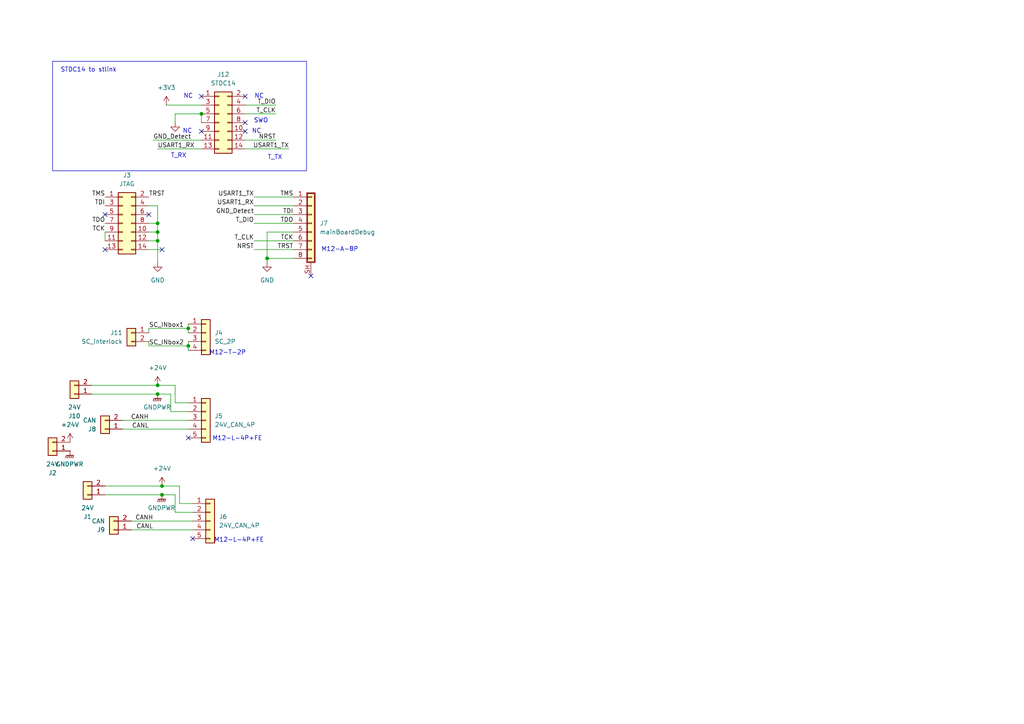
<source format=kicad_sch>
(kicad_sch (version 20231120) (generator "eeschema") (generator_version "8.0")
  (paper "A4")
  (title_block (title "INV_CONN1") (date "2025-03-10") (rev "1.0") (company "NTURacing") (comment 1 "Jack Kuo"))
  (lib_symbols
    (symbol "Connector_Generic:Conn_01x02" (pin_names (offset 1.016) hide)
      (property "Reference" "J" (at 0 2.54 0))
      (property "Value" "Conn_01x02" (at 0 -5.08 0))
      (symbol "Conn_01x02_1_1"
        (rectangle (start -1.27 -2.413) (end 0 -2.667) (stroke (width 0.1524)))
        (rectangle (start -1.27 0.127) (end 0 -0.127) (stroke (width 0.1524)))
        (rectangle (start -1.27 1.27) (end 1.27 -3.81) (stroke (width 0.254)) (fill (type background)))
        (pin passive line (at -5.08 0 0) (length 3.81) (name "Pin_1") (number "1"))
        (pin passive line (at -5.08 -2.54 0) (length 3.81) (name "Pin_2") (number "2"))
      )
    )
    (symbol "Connector_Generic:Conn_01x04" (pin_names (offset 1.016) hide)
      (property "Reference" "J" (at 0 5.08 0))
      (property "Value" "Conn_01x04" (at 0 -7.62 0))
      (symbol "Conn_01x04_1_1"
        (rectangle (start -1.27 -4.953) (end 0 -5.207) (stroke (width 0.1524)))
        (rectangle (start -1.27 -2.413) (end 0 -2.667) (stroke (width 0.1524)))
        (rectangle (start -1.27 0.127) (end 0 -0.127) (stroke (width 0.1524)))
        (rectangle (start -1.27 2.667) (end 0 2.413) (stroke (width 0.1524)))
        (rectangle (start -1.27 3.81) (end 1.27 -6.35) (stroke (width 0.254)) (fill (type background)))
        (pin passive line (at -5.08 2.54 0) (length 3.81) (name "Pin_1") (number "1"))
        (pin passive line (at -5.08 0 0) (length 3.81) (name "Pin_2") (number "2"))
        (pin passive line (at -5.08 -2.54 0) (length 3.81) (name "Pin_3") (number "3"))
        (pin passive line (at -5.08 -5.08 0) (length 3.81) (name "Pin_4") (number "4"))
      )
    )
    (symbol "Connector_Generic:Conn_01x05" (pin_names (offset 1.016) hide)
      (property "Reference" "J" (at 0 7.62 0))
      (property "Value" "Conn_01x05" (at 0 -7.62 0))
      (symbol "Conn_01x05_1_1"
        (rectangle (start -1.27 -4.953) (end 0 -5.207) (stroke (width 0.1524)))
        (rectangle (start -1.27 -2.413) (end 0 -2.667) (stroke (width 0.1524)))
        (rectangle (start -1.27 0.127) (end 0 -0.127) (stroke (width 0.1524)))
        (rectangle (start -1.27 2.667) (end 0 2.413) (stroke (width 0.1524)))
        (rectangle (start -1.27 5.207) (end 0 4.953) (stroke (width 0.1524)))
        (rectangle (start -1.27 6.35) (end 1.27 -6.35) (stroke (width 0.254)) (fill (type background)))
        (pin passive line (at -5.08 5.08 0) (length 3.81) (name "Pin_1") (number "1"))
        (pin passive line (at -5.08 2.54 0) (length 3.81) (name "Pin_2") (number "2"))
        (pin passive line (at -5.08 0 0) (length 3.81) (name "Pin_3") (number "3"))
        (pin passive line (at -5.08 -2.54 0) (length 3.81) (name "Pin_4") (number "4"))
        (pin passive line (at -5.08 -5.08 0) (length 3.81) (name "Pin_5") (number "5"))
      )
    )
    (symbol "Connector_Generic:Conn_02x07_Odd_Even" (pin_names (offset 1.016) hide)
      (property "Reference" "J" (at 1.27 10.16 0))
      (property "Value" "Conn_02x07_Odd_Even" (at 1.27 -10.16 0))
      (symbol "Conn_02x07_Odd_Even_1_1"
        (rectangle (start -1.27 -7.493) (end 0 -7.747) (stroke (width 0.1524)))
        (rectangle (start -1.27 -4.953) (end 0 -5.207) (stroke (width 0.1524)))
        (rectangle (start -1.27 -2.413) (end 0 -2.667) (stroke (width 0.1524)))
        (rectangle (start -1.27 0.127) (end 0 -0.127) (stroke (width 0.1524)))
        (rectangle (start -1.27 2.667) (end 0 2.413) (stroke (width 0.1524)))
        (rectangle (start -1.27 5.207) (end 0 4.953) (stroke (width 0.1524)))
        (rectangle (start -1.27 7.747) (end 0 7.493) (stroke (width 0.1524)))
        (rectangle (start -1.27 8.89) (end 3.81 -8.89) (stroke (width 0.254)) (fill (type background)))
        (rectangle (start 3.81 -7.493) (end 2.54 -7.747) (stroke (width 0.1524)))
        (rectangle (start 3.81 -4.953) (end 2.54 -5.207) (stroke (width 0.1524)))
        (rectangle (start 3.81 -2.413) (end 2.54 -2.667) (stroke (width 0.1524)))
        (rectangle (start 3.81 0.127) (end 2.54 -0.127) (stroke (width 0.1524)))
        (rectangle (start 3.81 2.667) (end 2.54 2.413) (stroke (width 0.1524)))
        (rectangle (start 3.81 5.207) (end 2.54 4.953) (stroke (width 0.1524)))
        (rectangle (start 3.81 7.747) (end 2.54 7.493) (stroke (width 0.1524)))
        (pin passive line (at -5.08 7.62 0) (length 3.81) (name "Pin_1") (number "1"))
        (pin passive line (at 7.62 -2.54 180) (length 3.81) (name "Pin_10") (number "10"))
        (pin passive line (at -5.08 -5.08 0) (length 3.81) (name "Pin_11") (number "11"))
        (pin passive line (at 7.62 -5.08 180) (length 3.81) (name "Pin_12") (number "12"))
        (pin passive line (at -5.08 -7.62 0) (length 3.81) (name "Pin_13") (number "13"))
        (pin passive line (at 7.62 -7.62 180) (length 3.81) (name "Pin_14") (number "14"))
        (pin passive line (at 7.62 7.62 180) (length 3.81) (name "Pin_2") (number "2"))
        (pin passive line (at -5.08 5.08 0) (length 3.81) (name "Pin_3") (number "3"))
        (pin passive line (at 7.62 5.08 180) (length 3.81) (name "Pin_4") (number "4"))
        (pin passive line (at -5.08 2.54 0) (length 3.81) (name "Pin_5") (number "5"))
        (pin passive line (at 7.62 2.54 180) (length 3.81) (name "Pin_6") (number "6"))
        (pin passive line (at -5.08 0 0) (length 3.81) (name "Pin_7") (number "7"))
        (pin passive line (at 7.62 0 180) (length 3.81) (name "Pin_8") (number "8"))
        (pin passive line (at -5.08 -2.54 0) (length 3.81) (name "Pin_9") (number "9"))
      )
    )
    (symbol "Connector_Generic_Shielded:Conn_01x08_Shielded" (pin_names (offset 1.016) hide)
      (property "Reference" "J" (at 0.254 9.906 0))
      (property "Value" "Conn_01x08_Shielded" (at 1.016 -12.446 0))
      (symbol "Conn_01x08_Shielded_1_1"
        (rectangle (start -1.27 8.89) (end 1.27 -11.43) (stroke (width 0.1524)))
        (rectangle (start -1.016 -10.033) (end 0.254 -10.287) (stroke (width 0.1524)))
        (rectangle (start -1.016 -7.493) (end 0.254 -7.747) (stroke (width 0.1524)))
        (rectangle (start -1.016 -4.953) (end 0.254 -5.207) (stroke (width 0.1524)))
        (rectangle (start -1.016 -2.413) (end 0.254 -2.667) (stroke (width 0.1524)))
        (rectangle (start -1.016 0.127) (end 0.254 -0.127) (stroke (width 0.1524)))
        (rectangle (start -1.016 2.667) (end 0.254 2.413) (stroke (width 0.1524)))
        (rectangle (start -1.016 5.207) (end 0.254 4.953) (stroke (width 0.1524)))
        (rectangle (start -1.016 7.747) (end 0.254 7.493) (stroke (width 0.1524)))
        (rectangle (start -1.016 8.636) (end 1.016 -11.176) (stroke (width 0.254)) (fill (type background)))
        (pin passive line (at -5.08 7.62 0) (length 4.064) (name "Pin_1") (number "1"))
        (pin passive line (at -5.08 5.08 0) (length 4.064) (name "Pin_2") (number "2"))
        (pin passive line (at -5.08 2.54 0) (length 4.064) (name "Pin_3") (number "3"))
        (pin passive line (at -5.08 0 0) (length 4.064) (name "Pin_4") (number "4"))
        (pin passive line (at -5.08 -2.54 0) (length 4.064) (name "Pin_5") (number "5"))
        (pin passive line (at -5.08 -5.08 0) (length 4.064) (name "Pin_6") (number "6"))
        (pin passive line (at -5.08 -7.62 0) (length 4.064) (name "Pin_7") (number "7"))
        (pin passive line (at -5.08 -10.16 0) (length 4.064) (name "Pin_8") (number "8"))
        (pin passive line (at 0 -15.24 90) (length 3.81) (name "Shield") (number "SH"))
      )
    )
    (symbol "power:+24V" (power) (pin_numbers hide) (pin_names (offset 0) hide)
      (property "Value" "+24V" (at 0 3.556 0))
      (symbol "+24V_0_1"
        (polyline (pts (xy -0.762 1.27) (xy 0 2.54)))
        (polyline (pts (xy 0 0) (xy 0 2.54)))
        (polyline (pts (xy 0 2.54) (xy 0.762 1.27)))
      )
      (symbol "+24V_1_1"
        (pin power_in line (at 0 0 90) (length 0) (name "~") (number "1"))
      )
    )
    (symbol "power:+3V3" (power) (pin_numbers hide) (pin_names (offset 0) hide)
      (property "Value" "+3V3" (at 0 3.556 0))
      (symbol "+3V3_0_1"
        (polyline (pts (xy -0.762 1.27) (xy 0 2.54)))
        (polyline (pts (xy 0 0) (xy 0 2.54)))
        (polyline (pts (xy 0 2.54) (xy 0.762 1.27)))
      )
      (symbol "+3V3_1_1"
        (pin power_in line (at 0 0 90) (length 0) (name "~") (number "1"))
      )
    )
    (symbol "power:GND" (power) (pin_names (offset 0))
      (property "Value" "GND" (at 0 -3.81 0))
      (symbol "GND_0_1"
        (polyline (pts (xy 0 0) (xy 0 -1.27) (xy 1.27 -1.27) (xy 0 -2.54) (xy -1.27 -1.27) (xy 0 -1.27)))
      )
      (symbol "GND_1_1"
        (pin power_in line (at 0 0 270) (length 0) hide (name "GND") (number "1"))
      )
    )
    (symbol "power:GNDPWR" (power) (pin_numbers hide) (pin_names (offset 0) hide)
      (property "Value" "GNDPWR" (at 0 -3.302 0))
      (symbol "GNDPWR_0_1"
        (polyline (pts (xy 0 -1.27) (xy 0 0)))
        (polyline (pts (xy -1.016 -1.27) (xy -1.27 -2.032) (xy -1.27 -2.032)) (stroke (width 0.2032)))
        (polyline (pts (xy -0.508 -1.27) (xy -0.762 -2.032) (xy -0.762 -2.032)) (stroke (width 0.2032)))
        (polyline (pts (xy 0 -1.27) (xy -0.254 -2.032) (xy -0.254 -2.032)) (stroke (width 0.2032)))
        (polyline (pts (xy 0.508 -1.27) (xy 0.254 -2.032) (xy 0.254 -2.032)) (stroke (width 0.2032)))
        (polyline (pts (xy 1.016 -1.27) (xy -1.016 -1.27) (xy -1.016 -1.27)) (stroke (width 0.2032)))
        (polyline (pts (xy 1.016 -1.27) (xy 0.762 -2.032) (xy 0.762 -2.032) (xy 0.762 -2.032)) (stroke (width 0.2032)))
      )
      (symbol "GNDPWR_1_1"
        (pin power_in line (at 0 0 270) (length 0) (name "~") (number "1"))
      )
    )
  )
  (junction (at 77.47 74.93))
  (junction (at 45.72 64.77))
  (junction (at 45.72 114.3))
  (junction (at 46.99 140.97))
  (junction (at 46.99 143.51))
  (junction (at 45.72 69.85))
  (junction (at 58.42 33.02))
  (junction (at 45.72 111.76))
  (junction (at 54.61 100.33))
  (junction (at 45.72 67.31))
  (junction (at 54.61 95.25))
  (no_connect (at 55.88 156.21))
  (no_connect (at 43.18 62.23))
  (no_connect (at 58.42 38.1))
  (no_connect (at 46.99 72.39))
  (no_connect (at 54.61 127))
  (no_connect (at 30.48 62.23))
  (no_connect (at 90.17 80.01))
  (no_connect (at 71.12 35.56))
  (no_connect (at 71.12 38.1))
  (no_connect (at 71.12 27.94))
  (no_connect (at 30.48 72.39))
  (no_connect (at 58.42 27.94))
  (wire (pts (xy 30.48 143.51) (xy 46.99 143.51)))
  (wire (pts (xy 38.1 153.67) (xy 55.88 153.67)))
  (wire (pts (xy 73.66 57.15) (xy 85.09 57.15)))
  (wire (pts (xy 50.8 111.76) (xy 50.8 116.84)))
  (wire (pts (xy 49.53 119.38) (xy 54.61 119.38)))
  (wire (pts (xy 77.47 67.31) (xy 85.09 67.31)))
  (wire (pts (xy 54.61 100.33) (xy 54.61 99.06)))
  (wire (pts (xy 54.61 95.25) (xy 54.61 93.98)))
  (wire (pts (xy 43.18 64.77) (xy 45.72 64.77)))
  (wire (pts (xy 45.72 69.85) (xy 45.72 76.2)))
  (wire (pts (xy 77.47 74.93) (xy 85.09 74.93)))
  (wire (pts (xy 58.42 33.02) (xy 58.42 35.56)))
  (wire (pts (xy 71.12 43.18) (xy 83.82 43.18)))
  (wire (pts (xy 73.66 62.23) (xy 85.09 62.23)))
  (wire (pts (xy 52.07 146.05) (xy 55.88 146.05)))
  (wire (pts (xy 43.18 69.85) (xy 45.72 69.85)))
  (wire (pts (xy 30.48 67.31) (xy 30.48 69.85)))
  (wire (pts (xy 45.72 111.76) (xy 50.8 111.76)))
  (wire (pts (xy 35.56 121.92) (xy 54.61 121.92)))
  (wire (pts (xy 77.47 67.31) (xy 77.47 74.93)))
  (wire (pts (xy 45.72 114.3) (xy 49.53 114.3)))
  (wire (pts (xy 54.61 100.33) (xy 54.61 101.6)))
  (wire (pts (xy 49.53 114.3) (xy 49.53 119.38)))
  (wire (pts (xy 71.12 30.48) (xy 80.01 30.48)))
  (wire (pts (xy 46.99 140.97) (xy 52.07 140.97)))
  (wire (pts (xy 26.67 111.76) (xy 45.72 111.76)))
  (wire (pts (xy 26.67 114.3) (xy 45.72 114.3)))
  (wire (pts (xy 43.18 95.25) (xy 43.18 96.52)))
  (wire (pts (xy 45.72 67.31) (xy 45.72 69.85)))
  (wire (pts (xy 43.18 72.39) (xy 46.99 72.39)))
  (wire (pts (xy 73.66 64.77) (xy 85.09 64.77)))
  (wire (pts (xy 46.99 143.51) (xy 50.8 143.51)))
  (wire (pts (xy 58.42 33.02) (xy 50.8 33.02)))
  (wire (pts (xy 73.66 72.39) (xy 85.09 72.39)))
  (wire (pts (xy 52.07 140.97) (xy 52.07 146.05)))
  (wire (pts (xy 45.72 64.77) (xy 45.72 67.31)))
  (wire (pts (xy 38.1 151.13) (xy 55.88 151.13)))
  (wire (pts (xy 44.45 40.64) (xy 58.42 40.64)))
  (wire (pts (xy 45.72 59.69) (xy 45.72 64.77)))
  (wire (pts (xy 43.18 100.33) (xy 54.61 100.33)))
  (wire (pts (xy 50.8 33.02) (xy 50.8 35.56)))
  (wire (pts (xy 71.12 40.64) (xy 80.01 40.64)))
  (wire (pts (xy 43.18 95.25) (xy 54.61 95.25)))
  (wire (pts (xy 77.47 76.2) (xy 77.47 74.93)))
  (wire (pts (xy 73.66 69.85) (xy 85.09 69.85)))
  (wire (pts (xy 50.8 148.59) (xy 55.88 148.59)))
  (wire (pts (xy 43.18 67.31) (xy 45.72 67.31)))
  (wire (pts (xy 48.26 30.48) (xy 58.42 30.48)))
  (wire (pts (xy 50.8 143.51) (xy 50.8 148.59)))
  (wire (pts (xy 43.18 59.69) (xy 45.72 59.69)))
  (wire (pts (xy 73.66 59.69) (xy 85.09 59.69)))
  (wire (pts (xy 54.61 96.52) (xy 54.61 95.25)))
  (wire (pts (xy 71.12 33.02) (xy 80.01 33.02)))
  (wire (pts (xy 30.48 140.97) (xy 46.99 140.97)))
  (wire (pts (xy 45.72 43.18) (xy 58.42 43.18)))
  (wire (pts (xy 43.18 100.33) (xy 43.18 99.06)))
  (wire (pts (xy 35.56 124.46) (xy 54.61 124.46)))
  (wire (pts (xy 50.8 116.84) (xy 54.61 116.84)))
  (rectangle (start 15.24 17.78) (end 88.9 49.53))
  (text "STDC14 to stlink" (at 17.526 21.082 0) (effects (font (size 1.27 1.27)) (justify left bottom)))
  (text "SWO" (at 75.692 35.052 0) (effects (font (size 1.27 1.27))))
  (text "NC" (at 74.422 38.1 0) (effects (font (size 1.27 1.27))))
  (text "M12-T-2P" (at 66.04 102.362 0) (effects (font (size 1.27 1.27))))
  (text "T_RX" (at 51.816 45.212 0) (effects (font (size 1.27 1.27))))
  (text "M12-L-4P+FE" (at 69.342 156.718 0) (effects (font (size 1.27 1.27))))
  (text "M12-A-8P" (at 98.552 72.39 0) (effects (font (size 1.27 1.27))))
  (text "M12-L-4P+FE" (at 68.834 127.254 0) (effects (font (size 1.27 1.27))))
  (text "T_TX" (at 79.756 45.72 0) (effects (font (size 1.27 1.27))))
  (text "NC" (at 75.184 27.94 0) (effects (font (size 1.27 1.27))))
  (text "NC" (at 54.356 38.1 0) (effects (font (size 1.27 1.27))))
  (text "NC" (at 54.61 27.94 0) (effects (font (size 1.27 1.27))))
  (label "SC_INbox1" (at 53.34 95.25 180))
  (label "CANL" (at 43.18 124.46 180))
  (label "NRST" (at 80.01 40.64 180))
  (label "TRST" (at 43.18 57.15 0))
  (label "USART1_RX" (at 73.66 59.69 180))
  (label "NRST" (at 73.66 72.39 180))
  (label "TDI" (at 85.09 62.23 180))
  (label "TDI" (at 30.48 59.69 180))
  (label "USART1_RX" (at 45.72 43.18 0))
  (label "USART1_TX" (at 73.66 57.15 180))
  (label "GND_Detect" (at 73.66 62.23 180))
  (label "USART1_TX" (at 83.82 43.18 180))
  (label "TRST" (at 85.09 72.39 180))
  (label "T_DIO" (at 73.66 64.77 180))
  (label "T_CLK" (at 73.66 69.85 180))
  (label "SC_INbox2" (at 53.34 100.33 180))
  (label "TDO" (at 30.48 64.77 180))
  (label "TMS" (at 30.48 57.15 180))
  (label "TCK" (at 30.48 67.31 180))
  (label "T_CLK" (at 80.01 33.02 180))
  (label "TCK" (at 85.09 69.85 180))
  (label "CANH" (at 43.18 121.92 180))
  (label "CANL" (at 44.45 153.67 180))
  (label "TDO" (at 85.09 64.77 180))
  (label "TMS" (at 85.09 57.15 180))
  (label "CANH" (at 44.45 151.13 180))
  (label "T_DIO" (at 80.01 30.48 180))
  (label "GND_Detect" (at 44.45 40.64 0))
  (symbol (lib_id "power:GND") (at 50.8 35.56 0) (unit 1)
    (property "Reference" "#PWR05" (effects (hide yes)))
    (property "Value" "GND" (effects (hide yes)))
    (property "Description" "Power symbol creates a global label with name \"GND\" , ground" (effects (hide yes)))
  )
  (symbol (lib_id "power:+24V") (at 20.32 128.27 0) (unit 1)
    (property "Reference" "#PWR02" (effects (hide yes)))
    (property "Value" "+24V" (at 20.32 123.19 0))
    (property "Description" "Power symbol creates a global label with name \"+24V\"" (effects (hide yes)))
  )
  (symbol (lib_id "power:+24V") (at 45.72 111.76 0) (unit 1)
    (property "Reference" "#PWR012" (effects (hide yes)))
    (property "Value" "+24V" (at 45.72 106.68 0))
    (property "Description" "Power symbol creates a global label with name \"+24V\"" (effects (hide yes)))
  )
  (symbol (lib_id "power:GND") (at 77.47 76.2 0) (unit 1)
    (property "Reference" "#PWR011" (effects (hide yes)))
    (property "Value" "GND" (at 77.47 81.28 0))
    (property "Description" "Power symbol creates a global label with name \"GND\" , ground" (effects (hide yes)))
  )
  (symbol (lib_id "Connector_Generic:Conn_01x02") (at 21.59 114.3 180) (unit 1)
    (property "Reference" "J10" (at 21.59 120.65 0))
    (property "Value" "24V" (at 21.59 118.11 0))
    (property "Footprint" "Connector_JST:JST_VH_B2P-VH_1x02_P3.96mm_Vertical" (effects (hide yes)))
    (property "Description" "Generic connector, single row, 01x02, script generated (kicad-library-utils/schlib/autogen/connector/)" (effects (hide yes)))
  )
  (symbol (lib_id "Connector_Generic:Conn_01x04") (at 59.69 96.52 0) (unit 1)
    (property "Reference" "J4" (at 62.23 96.52 0) (effects (justify left)))
    (property "Value" "SC_2P" (at 62.23 99.06 0) (effects (justify left)))
    (property "Footprint" "nturt_kicad_lib_EP6:NianYeong-M12-T-M4P" (effects (hide yes)))
    (property "Description" "Generic connector, single row, 01x04, script generated (kicad-library-utils/schlib/autogen/connector/)" (effects (hide yes)))
  )
  (symbol (lib_id "Connector_Generic:Conn_01x02") (at 25.4 143.51 180) (unit 1)
    (property "Reference" "J1" (at 25.4 149.86 0))
    (property "Value" "24V" (at 25.4 147.32 0))
    (property "Footprint" "Connector_JST:JST_VH_B2P-VH_1x02_P3.96mm_Vertical" (effects (hide yes)))
    (property "Description" "Generic connector, single row, 01x02, script generated (kicad-library-utils/schlib/autogen/connector/)" (effects (hide yes)))
  )
  (symbol (lib_id "power:GNDPWR") (at 45.72 114.3 0) (unit 1)
    (property "Reference" "#PWR013" (effects (hide yes)))
    (property "Value" "GNDPWR" (at 45.593 118.11 0))
    (property "Description" "Power symbol creates a global label with name \"GNDPWR\" , global ground" (effects (hide yes)))
  )
  (symbol (lib_id "Connector_Generic:Conn_01x02") (at 30.48 124.46 180) (unit 1)
    (property "Reference" "J8" (at 27.94 124.46 0) (effects (justify left)))
    (property "Value" "CAN" (at 27.94 121.92 0) (effects (justify left)))
    (property "Footprint" "Connector_JST:JST_XH_B2B-XH-A_1x02_P2.50mm_Vertical" (effects (hide yes)))
    (property "Description" "Generic connector, single row, 01x02, script generated (kicad-library-utils/schlib/autogen/connector/)" (effects (hide yes)))
  )
  (symbol (lib_id "Connector_Generic:Conn_01x02") (at 33.02 153.67 180) (unit 1)
    (property "Reference" "J9" (at 30.48 153.67 0) (effects (justify left)))
    (property "Value" "CAN" (at 30.48 151.13 0) (effects (justify left)))
    (property "Footprint" "Connector_JST:JST_XH_B2B-XH-A_1x02_P2.50mm_Vertical" (effects (hide yes)))
    (property "Description" "Generic connector, single row, 01x02, script generated (kicad-library-utils/schlib/autogen/connector/)" (effects (hide yes)))
  )
  (symbol (lib_id "Connector_Generic_Shielded:Conn_01x08_Shielded") (at 90.17 64.77 0) (unit 1)
    (property "Reference" "J7" (at 92.71 64.77 0) (effects (justify left)))
    (property "Value" "mainBoardDebug" (at 92.71 67.31 0) (effects (justify left)))
    (property "Footprint" "nturt_kicad_lib_EP6:NianYeong-M12-A-F8P-Shield" (effects (hide yes)))
    (property "Description" "Generic shielded connector, single row, 01x08, script generated (kicad-library-utils/schlib/autogen/connector/)" (effects (hide yes)))
  )
  (symbol (lib_id "power:GNDPWR") (at 46.99 143.51 0) (unit 1)
    (property "Reference" "#PWR015" (effects (hide yes)))
    (property "Value" "GNDPWR" (at 46.863 147.32 0))
    (property "Description" "Power symbol creates a global label with name \"GNDPWR\" , global ground" (effects (hide yes)))
  )
  (symbol (lib_id "power:+3V3") (at 48.26 30.48 0) (unit 1)
    (property "Reference" "#PWR04" (effects (hide yes)))
    (property "Value" "+3V3" (at 48.26 25.4 0))
    (property "Description" "Power symbol creates a global label with name \"+3V3\"" (effects (hide yes)))
  )
  (symbol (lib_id "power:+24V") (at 46.99 140.97 0) (unit 1)
    (property "Reference" "#PWR014" (effects (hide yes)))
    (property "Value" "+24V" (at 46.99 135.89 0))
    (property "Description" "Power symbol creates a global label with name \"+24V\"" (effects (hide yes)))
  )
  (symbol (lib_id "Connector_Generic:Conn_01x05") (at 59.69 121.92 0) (unit 1)
    (property "Reference" "J5" (at 62.23 120.65 0) (effects (justify left)))
    (property "Value" "24V_CAN_4P" (at 62.23 123.19 0) (effects (justify left)))
    (property "Footprint" "nturt_kicad_lib_EP6:NianYeong-M12-L-F5P" (effects (hide yes)))
    (property "Description" "Generic connector, single row, 01x05, script generated (kicad-library-utils/schlib/autogen/connector/)" (effects (hide yes)))
  )
  (symbol (lib_id "power:GND") (at 45.72 76.2 0) (unit 1)
    (property "Reference" "#PWR01" (effects (hide yes)))
    (property "Value" "GND" (at 45.72 81.28 0))
    (property "Description" "Power symbol creates a global label with name \"GND\" , ground" (effects (hide yes)))
  )
  (symbol (lib_id "Connector_Generic:Conn_01x02") (at 15.24 130.81 180) (unit 1)
    (property "Reference" "J2" (at 15.24 137.16 0))
    (property "Value" "24V" (at 15.24 134.62 0))
    (property "Footprint" "Connector_JST:JST_VH_B2P-VH_1x02_P3.96mm_Vertical" (effects (hide yes)))
    (property "Description" "Generic connector, single row, 01x02, script generated (kicad-library-utils/schlib/autogen/connector/)" (effects (hide yes)))
  )
  (symbol (lib_id "Connector_Generic:Conn_02x07_Odd_Even") (at 35.56 64.77 0) (unit 1)
    (property "Reference" "J3" (at 36.83 50.8 0))
    (property "Value" "JTAG" (at 36.83 53.34 0))
    (property "Footprint" "Connector_IDC:IDC-Header_2x07_P2.54mm_Vertical" (effects (hide yes)))
    (property "Description" "Generic connector, double row, 02x07, odd/even pin numbering scheme (row 1 odd numbers, row 2 even numbers), script generated (kicad-library-utils/schlib/autogen/connector/)" (effects (hide yes)))
  )
  (symbol (lib_id "Connector_Generic:Conn_01x02") (at 38.1 96.52 0) (mirror y) (unit 1)
    (property "Reference" "J11" (at 35.56 96.52 0) (effects (justify left)))
    (property "Value" "SC_interlock" (at 35.56 99.06 0) (effects (justify left)))
    (property "Footprint" "Connector_JST:JST_VH_B2P-VH_1x02_P3.96mm_Vertical" (effects (hide yes)))
    (property "Description" "Generic connector, single row, 01x02, script generated (kicad-library-utils/schlib/autogen/connector/)" (effects (hide yes)))
  )
  (symbol (lib_id "power:GNDPWR") (at 20.32 130.81 0) (unit 1)
    (property "Reference" "#PWR03" (effects (hide yes)))
    (property "Value" "GNDPWR" (at 20.193 134.62 0))
    (property "Description" "Power symbol creates a global label with name \"GNDPWR\" , global ground" (effects (hide yes)))
  )
  (symbol (lib_id "Connector_Generic:Conn_01x05") (at 60.96 151.13 0) (unit 1)
    (property "Reference" "J6" (at 63.5 149.86 0) (effects (justify left)))
    (property "Value" "24V_CAN_4P" (at 63.5 152.4 0) (effects (justify left)))
    (property "Footprint" "nturt_kicad_lib_EP6:NianYeong-M12-L-F5P" (effects (hide yes)))
    (property "Description" "Generic connector, single row, 01x05, script generated (kicad-library-utils/schlib/autogen/connector/)" (effects (hide yes)))
  )
  (symbol (lib_id "Connector_Generic:Conn_02x07_Odd_Even") (at 63.5 35.56 0) (unit 1)
    (property "Reference" "J12" (at 64.77 21.59 0))
    (property "Value" "STDC14" (at 64.77 24.13 0))
    (property "Footprint" "nturt_kicad_lib_EP6:box_header_14P_pitch127" (effects (hide yes)))
    (property "Description" "Generic connector, double row, 02x07, odd/even pin numbering scheme (row 1 odd numbers, row 2 even numbers), script generated (kicad-library-utils/schlib/autogen/connector/)" (effects (hide yes)))
  )
)
</source>
